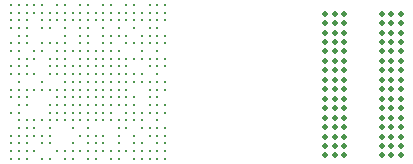
<source format=gbr>
%TF.GenerationSoftware,KiCad,Pcbnew,(5.1.6)-1*%
%TF.CreationDate,2021-04-05T13:25:22+09:00*%
%TF.ProjectId,StreamCam_H3_LTE,53747265-616d-4436-916d-5f48335f4c54,rev?*%
%TF.SameCoordinates,Original*%
%TF.FileFunction,Soldermask,Top*%
%TF.FilePolarity,Negative*%
%FSLAX46Y46*%
G04 Gerber Fmt 4.6, Leading zero omitted, Abs format (unit mm)*
G04 Created by KiCad (PCBNEW (5.1.6)-1) date 2021-04-05 13:25:22*
%MOMM*%
%LPD*%
G01*
G04 APERTURE LIST*
%ADD10C,0.482500*%
%ADD11C,0.250000*%
G04 APERTURE END LIST*
D10*
%TO.C,U2*%
X138040000Y-121390000D03*
X138840000Y-121390000D03*
X139640000Y-121390000D03*
X142840000Y-121390000D03*
X143640000Y-121390000D03*
X144440000Y-121390000D03*
X138040000Y-122190000D03*
X138840000Y-122190000D03*
X139640000Y-122190000D03*
X142840000Y-122190000D03*
X143640000Y-122190000D03*
X144440000Y-122190000D03*
X138040000Y-122990000D03*
X138840000Y-122990000D03*
X139640000Y-122990000D03*
X142840000Y-122990000D03*
X143640000Y-122990000D03*
X144440000Y-122990000D03*
X138040000Y-123790000D03*
X138840000Y-123790000D03*
X139640000Y-123790000D03*
X142840000Y-123790000D03*
X143640000Y-123790000D03*
X144440000Y-123790000D03*
X138040000Y-124590000D03*
X138840000Y-124590000D03*
X139640000Y-124590000D03*
X142840000Y-124590000D03*
X143640000Y-124590000D03*
X144440000Y-124590000D03*
X138040000Y-125390000D03*
X138840000Y-125390000D03*
X139640000Y-125390000D03*
X142840000Y-125390000D03*
X143640000Y-125390000D03*
X144440000Y-125390000D03*
X138040000Y-126190000D03*
X138840000Y-126190000D03*
X139640000Y-126190000D03*
X142840000Y-126190000D03*
X143640000Y-126190000D03*
X144440000Y-126190000D03*
X138040000Y-126990000D03*
X138840000Y-126990000D03*
X139640000Y-126990000D03*
X142840000Y-126990000D03*
X143640000Y-126990000D03*
X144440000Y-126990000D03*
X138040000Y-127790000D03*
X138840000Y-127790000D03*
X139640000Y-127790000D03*
X142840000Y-127790000D03*
X143640000Y-127790000D03*
X144440000Y-127790000D03*
X138040000Y-128590000D03*
X138840000Y-128590000D03*
X139640000Y-128590000D03*
X142840000Y-128590000D03*
X143640000Y-128590000D03*
X144440000Y-128590000D03*
X138040000Y-129390000D03*
X138840000Y-129390000D03*
X139640000Y-129390000D03*
X142840000Y-129390000D03*
X143640000Y-129390000D03*
X144440000Y-129390000D03*
X138040000Y-130190000D03*
X138840000Y-130190000D03*
X139640000Y-130190000D03*
X142840000Y-130190000D03*
X143640000Y-130190000D03*
X144440000Y-130190000D03*
X138040000Y-130990000D03*
X138840000Y-130990000D03*
X139640000Y-130990000D03*
X142840000Y-130990000D03*
X143640000Y-130990000D03*
X144440000Y-130990000D03*
X138040000Y-131790000D03*
X138840000Y-131790000D03*
X139640000Y-131790000D03*
X142840000Y-131790000D03*
X143640000Y-131790000D03*
X144440000Y-131790000D03*
X138040000Y-132590000D03*
X138840000Y-132590000D03*
X139640000Y-132590000D03*
X142840000Y-132590000D03*
X143640000Y-132590000D03*
X144440000Y-132590000D03*
X138040000Y-133390000D03*
X138840000Y-133390000D03*
X139640000Y-133390000D03*
X142840000Y-133390000D03*
X143640000Y-133390000D03*
X144440000Y-133390000D03*
%TD*%
D11*
%TO.C,U1*%
X111460000Y-120660000D03*
X111460000Y-121310000D03*
X111460000Y-121960000D03*
X111460000Y-122610000D03*
X111460000Y-123910000D03*
X111460000Y-124560000D03*
X111460000Y-125860000D03*
X111460000Y-126510000D03*
X111460000Y-127810000D03*
X111460000Y-128460000D03*
X111460000Y-129760000D03*
X111460000Y-131710000D03*
X111460000Y-132360000D03*
X111460000Y-133010000D03*
X111460000Y-133660000D03*
X112110000Y-120660000D03*
X112110000Y-121310000D03*
X112110000Y-121960000D03*
X112110000Y-122610000D03*
X112110000Y-123260000D03*
X112110000Y-123910000D03*
X112110000Y-124560000D03*
X112110000Y-125210000D03*
X112110000Y-125860000D03*
X112110000Y-126510000D03*
X112110000Y-127160000D03*
X112110000Y-127810000D03*
X112110000Y-128460000D03*
X112110000Y-129110000D03*
X112110000Y-129760000D03*
X112110000Y-130410000D03*
X112110000Y-131060000D03*
X112110000Y-131710000D03*
X112110000Y-132360000D03*
X112110000Y-133010000D03*
X112110000Y-133660000D03*
X112760000Y-120660000D03*
X112760000Y-121310000D03*
X112760000Y-121960000D03*
X112760000Y-122610000D03*
X112760000Y-123260000D03*
X112760000Y-123910000D03*
X112760000Y-125210000D03*
X112760000Y-125860000D03*
X112760000Y-126510000D03*
X112760000Y-127810000D03*
X112760000Y-128460000D03*
X112760000Y-129110000D03*
X112760000Y-130410000D03*
X112760000Y-131060000D03*
X112760000Y-131710000D03*
X112760000Y-132360000D03*
X112760000Y-133010000D03*
X112760000Y-133660000D03*
X113410000Y-120660000D03*
X113410000Y-121310000D03*
X113410000Y-124560000D03*
X113410000Y-125210000D03*
X113410000Y-126510000D03*
X113410000Y-127810000D03*
X113410000Y-130410000D03*
X113410000Y-131060000D03*
X113410000Y-131710000D03*
X113410000Y-133010000D03*
X114060000Y-120660000D03*
X114060000Y-121310000D03*
X114060000Y-121960000D03*
X114060000Y-122610000D03*
X114060000Y-123910000D03*
X114060000Y-124560000D03*
X114060000Y-127160000D03*
X114060000Y-127810000D03*
X114060000Y-130410000D03*
X114060000Y-131710000D03*
X114060000Y-132360000D03*
X114060000Y-133660000D03*
X114710000Y-121310000D03*
X114710000Y-121960000D03*
X114710000Y-122610000D03*
X114710000Y-123910000D03*
X114710000Y-125210000D03*
X114710000Y-125860000D03*
X114710000Y-126510000D03*
X114710000Y-127810000D03*
X114710000Y-129110000D03*
X114710000Y-129760000D03*
X114710000Y-130410000D03*
X114710000Y-131060000D03*
X114710000Y-131710000D03*
X114710000Y-132360000D03*
X114710000Y-133660000D03*
X115360000Y-120660000D03*
X115360000Y-121310000D03*
X115360000Y-121960000D03*
X115360000Y-123910000D03*
X115360000Y-124560000D03*
X115360000Y-125210000D03*
X115360000Y-125860000D03*
X115360000Y-126510000D03*
X115360000Y-127810000D03*
X115360000Y-128460000D03*
X115360000Y-129110000D03*
X115360000Y-129760000D03*
X115360000Y-130410000D03*
X115360000Y-133010000D03*
X116010000Y-120660000D03*
X116010000Y-121310000D03*
X116010000Y-121960000D03*
X116010000Y-122610000D03*
X116010000Y-123260000D03*
X116010000Y-123910000D03*
X116010000Y-124560000D03*
X116010000Y-125210000D03*
X116010000Y-125860000D03*
X116010000Y-126510000D03*
X116010000Y-127160000D03*
X116010000Y-127810000D03*
X116010000Y-128460000D03*
X116010000Y-129110000D03*
X116010000Y-129760000D03*
X116010000Y-130410000D03*
X116010000Y-133010000D03*
X116010000Y-133660000D03*
X116660000Y-121310000D03*
X116660000Y-121960000D03*
X116660000Y-124560000D03*
X116660000Y-125860000D03*
X116660000Y-126510000D03*
X116660000Y-127160000D03*
X116660000Y-127810000D03*
X116660000Y-128460000D03*
X116660000Y-129110000D03*
X116660000Y-129760000D03*
X116660000Y-130410000D03*
X116660000Y-131060000D03*
X116660000Y-132360000D03*
X116660000Y-133010000D03*
X116660000Y-133660000D03*
X117310000Y-120660000D03*
X117310000Y-121310000D03*
X117310000Y-121960000D03*
X117310000Y-122610000D03*
X117310000Y-123260000D03*
X117310000Y-123910000D03*
X117310000Y-124560000D03*
X117310000Y-125210000D03*
X117310000Y-125860000D03*
X117310000Y-126510000D03*
X117310000Y-127160000D03*
X117310000Y-127810000D03*
X117310000Y-128460000D03*
X117310000Y-129110000D03*
X117310000Y-129760000D03*
X117310000Y-130410000D03*
X117310000Y-131710000D03*
X117310000Y-133010000D03*
X117960000Y-120660000D03*
X117960000Y-121310000D03*
X117960000Y-121960000D03*
X117960000Y-122610000D03*
X117960000Y-123260000D03*
X117960000Y-123910000D03*
X117960000Y-124560000D03*
X117960000Y-125210000D03*
X117960000Y-125860000D03*
X117960000Y-126510000D03*
X117960000Y-127160000D03*
X117960000Y-127810000D03*
X117960000Y-128460000D03*
X117960000Y-129110000D03*
X117960000Y-129760000D03*
X117960000Y-130410000D03*
X117960000Y-131060000D03*
X117960000Y-131710000D03*
X117960000Y-132360000D03*
X117960000Y-133010000D03*
X117960000Y-133660000D03*
X118610000Y-121310000D03*
X118610000Y-121960000D03*
X118610000Y-124560000D03*
X118610000Y-125210000D03*
X118610000Y-125860000D03*
X118610000Y-126510000D03*
X118610000Y-127160000D03*
X118610000Y-127810000D03*
X118610000Y-128460000D03*
X118610000Y-129110000D03*
X118610000Y-129760000D03*
X118610000Y-130410000D03*
X118610000Y-131710000D03*
X118610000Y-132360000D03*
X118610000Y-133010000D03*
X118610000Y-133660000D03*
X119260000Y-120660000D03*
X119260000Y-121310000D03*
X119260000Y-121960000D03*
X119260000Y-122610000D03*
X119260000Y-123260000D03*
X119260000Y-123910000D03*
X119260000Y-124560000D03*
X119260000Y-125210000D03*
X119260000Y-125860000D03*
X119260000Y-126510000D03*
X119260000Y-127160000D03*
X119260000Y-127810000D03*
X119260000Y-128460000D03*
X119260000Y-129110000D03*
X119260000Y-129760000D03*
X119260000Y-130410000D03*
X119260000Y-131710000D03*
X119260000Y-132360000D03*
X119260000Y-133010000D03*
X119910000Y-120660000D03*
X119910000Y-121310000D03*
X119910000Y-121960000D03*
X119910000Y-123260000D03*
X119910000Y-123910000D03*
X119910000Y-124560000D03*
X119910000Y-125210000D03*
X119910000Y-125860000D03*
X119910000Y-126510000D03*
X119910000Y-127160000D03*
X119910000Y-127810000D03*
X119910000Y-128460000D03*
X119910000Y-129110000D03*
X119910000Y-129760000D03*
X119910000Y-130410000D03*
X119910000Y-133010000D03*
X119910000Y-133660000D03*
X120560000Y-121310000D03*
X120560000Y-121960000D03*
X120560000Y-122610000D03*
X120560000Y-123260000D03*
X120560000Y-124560000D03*
X120560000Y-125210000D03*
X120560000Y-125860000D03*
X120560000Y-126510000D03*
X120560000Y-127160000D03*
X120560000Y-127810000D03*
X120560000Y-128460000D03*
X120560000Y-129110000D03*
X120560000Y-130410000D03*
X120560000Y-131060000D03*
X120560000Y-131710000D03*
X120560000Y-132360000D03*
X120560000Y-133010000D03*
X120560000Y-133660000D03*
X121210000Y-120660000D03*
X121210000Y-121310000D03*
X121210000Y-121960000D03*
X121210000Y-123260000D03*
X121210000Y-123910000D03*
X121210000Y-125210000D03*
X121210000Y-125860000D03*
X121210000Y-126510000D03*
X121210000Y-127160000D03*
X121210000Y-127810000D03*
X121210000Y-128460000D03*
X121210000Y-129110000D03*
X121210000Y-129760000D03*
X121210000Y-130410000D03*
X121210000Y-131060000D03*
X121210000Y-133010000D03*
X121860000Y-120660000D03*
X121860000Y-121310000D03*
X121860000Y-121960000D03*
X121860000Y-122610000D03*
X121860000Y-123910000D03*
X121860000Y-125210000D03*
X121860000Y-126510000D03*
X121860000Y-127160000D03*
X121860000Y-128460000D03*
X121860000Y-129110000D03*
X121860000Y-129760000D03*
X121860000Y-130410000D03*
X121860000Y-131710000D03*
X121860000Y-132360000D03*
X121860000Y-133010000D03*
X121860000Y-133660000D03*
X122510000Y-121310000D03*
X122510000Y-121960000D03*
X122510000Y-123260000D03*
X122510000Y-123910000D03*
X122510000Y-124560000D03*
X122510000Y-125210000D03*
X122510000Y-126510000D03*
X122510000Y-127160000D03*
X122510000Y-129760000D03*
X122510000Y-130410000D03*
X122510000Y-131060000D03*
X122510000Y-132360000D03*
X122510000Y-133010000D03*
X122510000Y-133660000D03*
X123160000Y-120660000D03*
X123160000Y-121310000D03*
X123160000Y-121960000D03*
X123160000Y-122610000D03*
X123160000Y-123260000D03*
X123160000Y-123910000D03*
X123160000Y-125210000D03*
X123160000Y-125860000D03*
X123160000Y-127160000D03*
X123160000Y-127810000D03*
X123160000Y-128460000D03*
X123160000Y-129110000D03*
X123160000Y-129760000D03*
X123160000Y-131060000D03*
X123160000Y-131710000D03*
X123160000Y-133010000D03*
X123160000Y-133660000D03*
X123810000Y-120660000D03*
X123810000Y-121310000D03*
X123810000Y-121960000D03*
X123810000Y-122610000D03*
X123810000Y-123260000D03*
X123810000Y-123910000D03*
X123810000Y-124560000D03*
X123810000Y-125210000D03*
X123810000Y-125860000D03*
X123810000Y-126510000D03*
X123810000Y-127160000D03*
X123810000Y-127810000D03*
X123810000Y-128460000D03*
X123810000Y-129110000D03*
X123810000Y-129760000D03*
X123810000Y-130410000D03*
X123810000Y-131060000D03*
X123810000Y-131710000D03*
X123810000Y-132360000D03*
X123810000Y-133010000D03*
X123810000Y-133660000D03*
X124460000Y-120660000D03*
X124460000Y-121310000D03*
X124460000Y-121960000D03*
X124460000Y-123260000D03*
X124460000Y-123910000D03*
X124460000Y-125210000D03*
X124460000Y-125860000D03*
X124460000Y-127160000D03*
X124460000Y-127810000D03*
X124460000Y-129110000D03*
X124460000Y-129760000D03*
X124460000Y-131060000D03*
X124460000Y-131710000D03*
X124460000Y-132360000D03*
X124460000Y-133010000D03*
X124460000Y-133660000D03*
%TD*%
M02*

</source>
